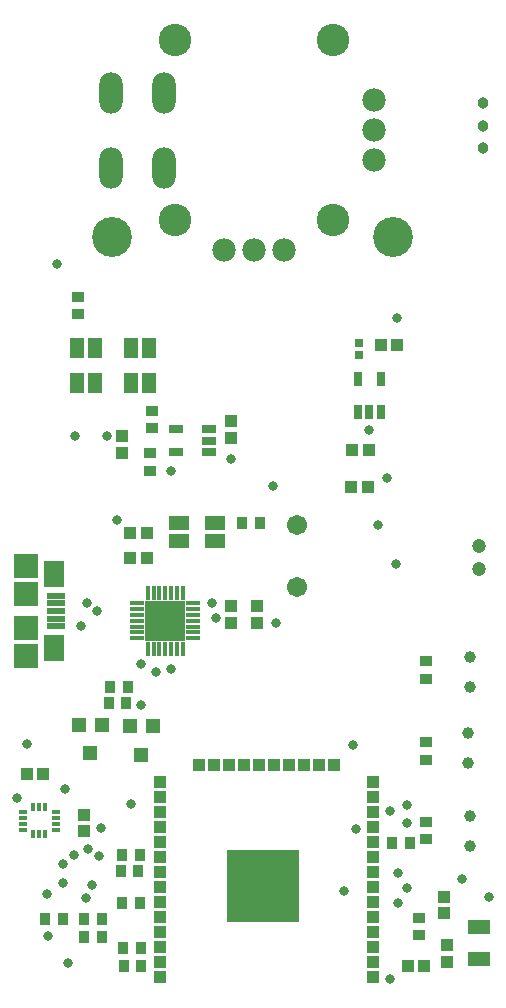
<source format=gts>
G04 Layer_Color=8388736*
%FSLAX25Y25*%
%MOIN*%
G70*
G01*
G75*
%ADD47R,0.03950X0.04343*%
%ADD48R,0.13202X0.13202*%
%ADD49R,0.01824X0.04580*%
%ADD50R,0.04580X0.01824*%
%ADD51R,0.04343X0.03556*%
%ADD52R,0.04343X0.03950*%
%ADD53R,0.03162X0.04737*%
%ADD54R,0.03556X0.04343*%
%ADD55R,0.04934X0.04737*%
%ADD56R,0.24422X0.24422*%
%ADD57R,0.04343X0.04343*%
%ADD58R,0.06312X0.02375*%
%ADD59R,0.07099X0.09068*%
%ADD60R,0.08280X0.07886*%
%ADD61R,0.08280X0.08280*%
%ADD62R,0.02768X0.03162*%
%ADD63R,0.04737X0.03162*%
%ADD64R,0.07493X0.05131*%
%ADD65R,0.01778X0.02565*%
%ADD66R,0.02565X0.01778*%
%ADD67C,0.10800*%
%ADD68O,0.07800X0.13800*%
%ADD69C,0.07800*%
%ADD70R,0.06700X0.05100*%
%ADD71C,0.13300*%
%ADD72R,0.05100X0.06700*%
%ADD73C,0.03950*%
%ADD74C,0.04737*%
%ADD75C,0.06706*%
%ADD76C,0.03800*%
%ADD77C,0.03200*%
D47*
X271244Y457200D02*
D03*
X276756D02*
D03*
X271244Y449000D02*
D03*
X276756D02*
D03*
X350512Y472500D02*
D03*
X345000D02*
D03*
X350756Y485000D02*
D03*
X345244D02*
D03*
X360256Y520000D02*
D03*
X354744D02*
D03*
X236744Y377000D02*
D03*
X242256D02*
D03*
X369256Y313000D02*
D03*
X363744D02*
D03*
D48*
X283000Y428000D02*
D03*
D49*
X288906Y418650D02*
D03*
X286937D02*
D03*
X284968D02*
D03*
X283000D02*
D03*
X281031D02*
D03*
X279063D02*
D03*
X277095D02*
D03*
Y437350D02*
D03*
X279063D02*
D03*
X281031D02*
D03*
X283000D02*
D03*
X284968D02*
D03*
X286937D02*
D03*
X288906D02*
D03*
D50*
X273650Y422094D02*
D03*
Y424063D02*
D03*
Y426031D02*
D03*
Y428000D02*
D03*
Y429969D02*
D03*
Y431937D02*
D03*
Y433906D02*
D03*
X292350D02*
D03*
Y431937D02*
D03*
Y429969D02*
D03*
Y428000D02*
D03*
Y426031D02*
D03*
Y424063D02*
D03*
Y422094D02*
D03*
D51*
X278000Y478000D02*
D03*
Y483906D02*
D03*
X278500Y498000D02*
D03*
Y492095D02*
D03*
X254000Y536000D02*
D03*
Y530094D02*
D03*
X370000Y355047D02*
D03*
Y360953D02*
D03*
X370000Y381594D02*
D03*
Y387500D02*
D03*
Y408595D02*
D03*
Y414500D02*
D03*
X367500Y328953D02*
D03*
Y323047D02*
D03*
D52*
X268500Y484000D02*
D03*
Y489512D02*
D03*
X304800Y427244D02*
D03*
Y432756D02*
D03*
X313500Y427244D02*
D03*
Y432756D02*
D03*
X305000Y489000D02*
D03*
Y494512D02*
D03*
X376000Y336000D02*
D03*
Y330488D02*
D03*
X256000Y357744D02*
D03*
Y363256D02*
D03*
X377000Y319756D02*
D03*
Y314244D02*
D03*
D53*
X347260Y497587D02*
D03*
X351000D02*
D03*
X354740D02*
D03*
Y508413D02*
D03*
X347260D02*
D03*
D54*
X269953Y400500D02*
D03*
X264047D02*
D03*
X264595Y406000D02*
D03*
X270500D02*
D03*
X242847Y328500D02*
D03*
X248753D02*
D03*
X261753Y322500D02*
D03*
X255847D02*
D03*
X261753Y328500D02*
D03*
X255847D02*
D03*
X274953Y313000D02*
D03*
X269047D02*
D03*
X274905Y319000D02*
D03*
X269000D02*
D03*
X274453Y334000D02*
D03*
X268547D02*
D03*
X364453Y354000D02*
D03*
X358547D02*
D03*
X274406Y350000D02*
D03*
X268500D02*
D03*
X274000Y344500D02*
D03*
X268094D02*
D03*
X314453Y460500D02*
D03*
X308547D02*
D03*
D55*
X275000Y383276D02*
D03*
X271063Y392724D02*
D03*
X278937D02*
D03*
X258000Y383776D02*
D03*
X254063Y393224D02*
D03*
X261937D02*
D03*
D56*
X315500Y339500D02*
D03*
D57*
X281114Y309051D02*
D03*
Y314051D02*
D03*
Y319051D02*
D03*
Y324051D02*
D03*
Y329051D02*
D03*
Y334051D02*
D03*
Y339051D02*
D03*
Y344051D02*
D03*
Y349051D02*
D03*
Y354051D02*
D03*
Y359051D02*
D03*
Y364051D02*
D03*
Y369051D02*
D03*
Y374051D02*
D03*
X294122Y379917D02*
D03*
X299122D02*
D03*
X304122D02*
D03*
X309122D02*
D03*
X314122D02*
D03*
X319122D02*
D03*
X324122D02*
D03*
X329122D02*
D03*
X334122D02*
D03*
X339122D02*
D03*
X352114Y374051D02*
D03*
Y369051D02*
D03*
Y364051D02*
D03*
Y359051D02*
D03*
Y354051D02*
D03*
Y349051D02*
D03*
Y344051D02*
D03*
Y339051D02*
D03*
Y334051D02*
D03*
Y329051D02*
D03*
Y324051D02*
D03*
Y319051D02*
D03*
Y314051D02*
D03*
Y309051D02*
D03*
D58*
X246539Y436327D02*
D03*
Y433768D02*
D03*
Y431209D02*
D03*
Y428650D02*
D03*
Y426090D02*
D03*
D59*
X245949Y419004D02*
D03*
Y443413D02*
D03*
D60*
X236500Y446169D02*
D03*
Y416248D02*
D03*
D61*
Y436917D02*
D03*
Y425500D02*
D03*
D62*
X347500Y520469D02*
D03*
Y516532D02*
D03*
D63*
X297413Y484260D02*
D03*
Y488000D02*
D03*
Y491740D02*
D03*
X286587D02*
D03*
Y484260D02*
D03*
D64*
X387500Y315185D02*
D03*
Y325815D02*
D03*
D65*
X239032Y356887D02*
D03*
X241000D02*
D03*
X242969D02*
D03*
X239032Y366000D02*
D03*
X241000D02*
D03*
X242969D02*
D03*
D66*
X246512Y358364D02*
D03*
Y360332D02*
D03*
Y362301D02*
D03*
Y364269D02*
D03*
X235488D02*
D03*
Y362301D02*
D03*
Y360332D02*
D03*
Y358364D02*
D03*
D67*
X286250Y621500D02*
D03*
X338750D02*
D03*
Y561500D02*
D03*
X286250D02*
D03*
D68*
X282500Y604000D02*
D03*
X264800D02*
D03*
X282500Y579000D02*
D03*
X264800D02*
D03*
D69*
X352500Y601500D02*
D03*
Y591500D02*
D03*
Y581500D02*
D03*
X322500Y551500D02*
D03*
X312500D02*
D03*
X302500D02*
D03*
D70*
X287600Y460500D02*
D03*
Y454500D02*
D03*
X299500D02*
D03*
Y460500D02*
D03*
D71*
X265300Y556000D02*
D03*
X359000D02*
D03*
D72*
X277500Y519000D02*
D03*
X271500D02*
D03*
Y507100D02*
D03*
X277500D02*
D03*
X259500Y519000D02*
D03*
X253500D02*
D03*
Y507100D02*
D03*
X259500D02*
D03*
D73*
X384500Y363000D02*
D03*
Y353000D02*
D03*
X384000Y390500D02*
D03*
Y380500D02*
D03*
X384500Y416000D02*
D03*
Y406000D02*
D03*
D74*
X387500Y445126D02*
D03*
Y453000D02*
D03*
D75*
X327000Y439134D02*
D03*
Y460000D02*
D03*
D76*
X389000Y600500D02*
D03*
Y593000D02*
D03*
Y585500D02*
D03*
D77*
X313000Y329500D02*
D03*
X317000D02*
D03*
X320500D02*
D03*
X324500D02*
D03*
X322000Y349500D02*
D03*
X310000D02*
D03*
X306000D02*
D03*
X314000D02*
D03*
X318000D02*
D03*
X325500D02*
D03*
X309500Y329500D02*
D03*
X306000D02*
D03*
X360256Y529000D02*
D03*
X267000Y461500D02*
D03*
X257196Y351804D02*
D03*
X261000Y349500D02*
D03*
X280000Y411000D02*
D03*
X285000Y412000D02*
D03*
X271500Y367000D02*
D03*
X261500Y359000D02*
D03*
X345705Y386500D02*
D03*
X263500Y489500D02*
D03*
X253000D02*
D03*
X363500Y360500D02*
D03*
X346500Y358500D02*
D03*
X363500Y366500D02*
D03*
X342500Y338000D02*
D03*
X256500Y335500D02*
D03*
X249000Y340500D02*
D03*
Y347000D02*
D03*
X252500Y350000D02*
D03*
X360000Y447000D02*
D03*
X358000Y364500D02*
D03*
X354000Y460000D02*
D03*
X357000Y475500D02*
D03*
X247000Y547000D02*
D03*
X305000Y482000D02*
D03*
X285000Y478000D02*
D03*
X319000Y473000D02*
D03*
X236744Y386744D02*
D03*
X358000Y308500D02*
D03*
X391000Y336000D02*
D03*
X382000Y342000D02*
D03*
X319756Y427244D02*
D03*
X254909Y426090D02*
D03*
X360500Y334000D02*
D03*
X363500Y339000D02*
D03*
X360500Y344000D02*
D03*
X258500Y340000D02*
D03*
X250500Y314000D02*
D03*
X249500Y372000D02*
D03*
X233500Y369000D02*
D03*
X275000Y400000D02*
D03*
X244000Y323000D02*
D03*
X243500Y337000D02*
D03*
X275000Y413500D02*
D03*
X351000Y491415D02*
D03*
X260291Y431209D02*
D03*
X256768Y433768D02*
D03*
X300000Y429000D02*
D03*
X298500Y434000D02*
D03*
M02*

</source>
